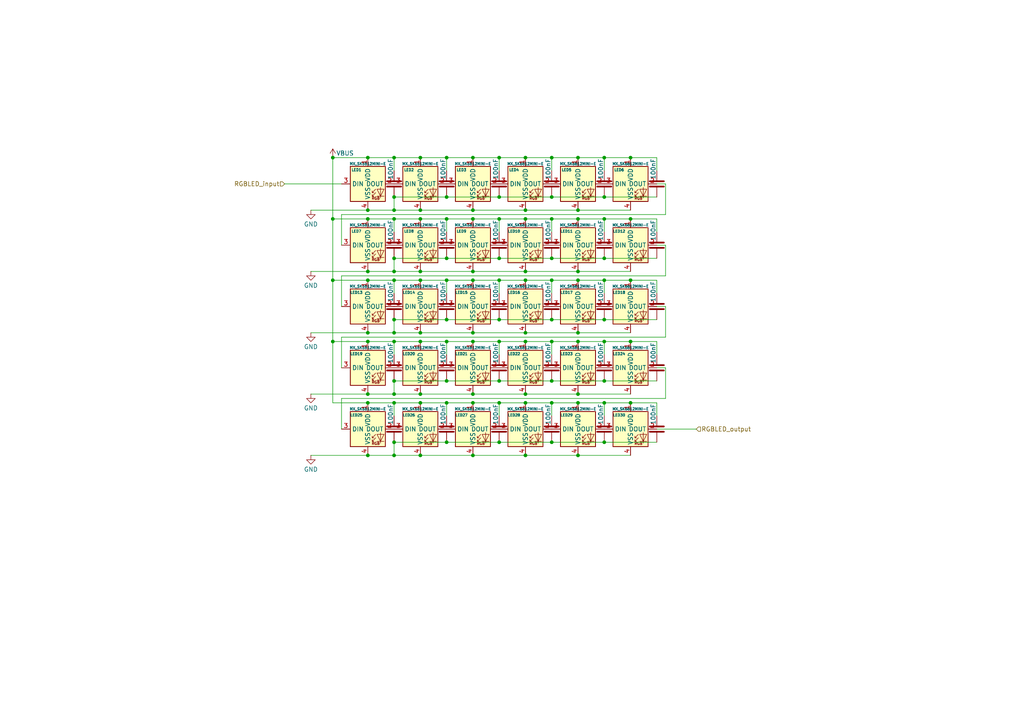
<source format=kicad_sch>
(kicad_sch (version 20250114) (generator "eeschema") (generator_version "9.0")
  (paper "A4")
  (title_block (title "The Interchange Keyboard - Right Module") (date "2025-04-16") (rev "v4.0") (company "Edward Hesketh"))
  (lib_symbols
    (symbol "Device:C" (pin_numbers (hide yes)) (pin_names (offset 0.254))
      (property "Reference" "C" (at 0.635 2.54 0))
      (property "Value" "C" (at 0.635 -2.54 0))
      (symbol "C_0_1"
        (polyline (pts (xy -2.032 0.762) (xy 2.032 0.762)) (stroke (width 0.508)))
        (polyline (pts (xy -2.032 -0.762) (xy 2.032 -0.762)) (stroke (width 0.508)))
      )
      (symbol "C_1_1"
        (pin passive line (at 0 3.81 270) (length 2.794) (name "~") (number "1"))
        (pin passive line (at 0 -3.81 90) (length 2.794) (name "~") (number "2"))
      )
    )
    (symbol "PCM_marbastlib-mx:MX_SK6812MINI-E"
      (property "Reference" "LED" (at 3.175 6.35 0))
      (property "Value" "MX_SK6812MINI-E" (at 10.16 -6.985 0))
      (symbol "MX_SK6812MINI-E_0_0"
        (text "RGB" (at 2.286 -4.191 0) (effects (font (size 0.762 0.762))))
      )
      (symbol "MX_SK6812MINI-E_0_1"
        (rectangle (start -5.08 5.08) (end 5.08 -5.08) (stroke (width 0.254)) (fill (type background)))
        (polyline (pts (xy 1.27 -2.54) (xy 1.778 -2.54)))
        (polyline (pts (xy 1.27 -3.556) (xy 1.778 -3.556)))
        (polyline (pts (xy 2.286 -1.524) (xy 1.27 -2.54) (xy 1.27 -2.032)))
        (polyline (pts (xy 2.286 -2.54) (xy 1.27 -3.556) (xy 1.27 -3.048)))
        (polyline (pts (xy 3.683 -1.016) (xy 3.683 -3.556) (xy 3.683 -4.064)))
        (polyline (pts (xy 4.699 -1.524) (xy 2.667 -1.524) (xy 3.683 -3.556) (xy 4.699 -1.524)))
        (polyline (pts (xy 4.699 -3.556) (xy 2.667 -3.556)))
      )
      (symbol "MX_SK6812MINI-E_1_1"
        (pin input line (at -7.62 0 0) (length 2.54) (name "DIN") (number "3"))
        (pin power_in line (at 0 7.62 270) (length 2.54) (name "VDD") (number "1"))
        (pin power_in line (at 0 -7.62 90) (length 2.54) (name "VSS") (number "4"))
        (pin output line (at 7.62 0 180) (length 2.54) (name "DOUT") (number "2"))
      )
    )
    (symbol "power:GND" (power) (pin_numbers (hide yes)) (pin_names (offset 0) (hide yes))
      (property "Value" "GND" (at 0 -3.81 0))
      (symbol "GND_0_1"
        (polyline (pts (xy 0 0) (xy 0 -1.27) (xy 1.27 -1.27) (xy 0 -2.54) (xy -1.27 -1.27) (xy 0 -1.27)))
      )
      (symbol "GND_1_1"
        (pin power_in line (at 0 0 270) (length 0) (name "~") (number "1"))
      )
    )
    (symbol "power:VBUS" (power) (pin_numbers (hide yes)) (pin_names (offset 0) (hide yes))
      (property "Value" "VBUS" (at 0 3.556 0))
      (symbol "VBUS_0_1"
        (polyline (pts (xy -0.762 1.27) (xy 0 2.54)))
        (polyline (pts (xy 0 2.54) (xy 0.762 1.27)))
        (polyline (pts (xy 0 0) (xy 0 2.54)))
      )
      (symbol "VBUS_1_1"
        (pin power_in line (at 0 0 90) (length 0) (name "~") (number "1"))
      )
    )
  )
  (junction (at 182.88 45.72))
  (junction (at 175.26 57.15))
  (junction (at 106.68 81.28))
  (junction (at 96.52 81.28))
  (junction (at 152.4 99.06))
  (junction (at 152.4 132.08))
  (junction (at 182.88 63.5))
  (junction (at 114.3 78.74))
  (junction (at 121.92 45.72))
  (junction (at 106.68 116.84))
  (junction (at 182.88 81.28))
  (junction (at 129.54 74.93))
  (junction (at 137.16 132.08))
  (junction (at 175.26 63.5))
  (junction (at 144.78 92.71))
  (junction (at 144.78 81.28))
  (junction (at 106.68 114.3))
  (junction (at 167.64 96.52))
  (junction (at 175.26 110.49))
  (junction (at 114.3 92.71))
  (junction (at 152.4 60.96))
  (junction (at 114.3 110.49))
  (junction (at 121.92 132.08))
  (junction (at 160.02 45.72))
  (junction (at 114.3 116.84))
  (junction (at 106.68 63.5))
  (junction (at 160.02 110.49))
  (junction (at 106.68 132.08))
  (junction (at 137.16 116.84))
  (junction (at 129.54 57.15))
  (junction (at 167.64 114.3))
  (junction (at 182.88 116.84))
  (junction (at 175.26 99.06))
  (junction (at 167.64 60.96))
  (junction (at 137.16 63.5))
  (junction (at 129.54 110.49))
  (junction (at 144.78 116.84))
  (junction (at 137.16 99.06))
  (junction (at 160.02 63.5))
  (junction (at 114.3 60.96))
  (junction (at 137.16 96.52))
  (junction (at 152.4 63.5))
  (junction (at 167.64 45.72))
  (junction (at 137.16 114.3))
  (junction (at 114.3 128.27))
  (junction (at 137.16 60.96))
  (junction (at 175.26 128.27))
  (junction (at 96.52 63.5))
  (junction (at 114.3 114.3))
  (junction (at 167.64 81.28))
  (junction (at 182.88 99.06))
  (junction (at 121.92 114.3))
  (junction (at 114.3 81.28))
  (junction (at 114.3 63.5))
  (junction (at 144.78 45.72))
  (junction (at 121.92 99.06))
  (junction (at 121.92 96.52))
  (junction (at 114.3 74.93))
  (junction (at 96.52 99.06))
  (junction (at 175.26 116.84))
  (junction (at 160.02 128.27))
  (junction (at 144.78 128.27))
  (junction (at 121.92 78.74))
  (junction (at 129.54 99.06))
  (junction (at 175.26 74.93))
  (junction (at 167.64 132.08))
  (junction (at 106.68 99.06))
  (junction (at 114.3 96.52))
  (junction (at 175.26 92.71))
  (junction (at 114.3 132.08))
  (junction (at 175.26 81.28))
  (junction (at 167.64 78.74))
  (junction (at 106.68 96.52))
  (junction (at 137.16 45.72))
  (junction (at 144.78 57.15))
  (junction (at 144.78 110.49))
  (junction (at 144.78 74.93))
  (junction (at 160.02 116.84))
  (junction (at 167.64 63.5))
  (junction (at 137.16 78.74))
  (junction (at 152.4 81.28))
  (junction (at 152.4 116.84))
  (junction (at 167.64 116.84))
  (junction (at 106.68 78.74))
  (junction (at 114.3 99.06))
  (junction (at 129.54 92.71))
  (junction (at 144.78 63.5))
  (junction (at 129.54 81.28))
  (junction (at 152.4 45.72))
  (junction (at 129.54 128.27))
  (junction (at 152.4 96.52))
  (junction (at 160.02 74.93))
  (junction (at 167.64 99.06))
  (junction (at 175.26 45.72))
  (junction (at 121.92 81.28))
  (junction (at 129.54 116.84))
  (junction (at 160.02 57.15))
  (junction (at 160.02 92.71))
  (junction (at 121.92 63.5))
  (junction (at 121.92 60.96))
  (junction (at 106.68 45.72))
  (junction (at 160.02 99.06))
  (junction (at 129.54 63.5))
  (junction (at 106.68 60.96))
  (junction (at 129.54 45.72))
  (junction (at 144.78 99.06))
  (junction (at 121.92 116.84))
  (junction (at 114.3 45.72))
  (junction (at 152.4 78.74))
  (junction (at 152.4 114.3))
  (junction (at 114.3 57.15))
  (junction (at 96.52 45.72))
  (junction (at 160.02 81.28))
  (junction (at 137.16 81.28))
  (wire (pts (xy 160.02 116.84) (xy 167.64 116.84)))
  (wire (pts (xy 144.78 92.71) (xy 160.02 92.71)))
  (wire (pts (xy 175.26 99.06) (xy 182.88 99.06)))
  (wire (pts (xy 129.54 67.31) (xy 129.54 63.5)))
  (wire (pts (xy 96.52 45.72) (xy 96.52 63.5)))
  (wire (pts (xy 144.78 45.72) (xy 152.4 45.72)))
  (wire (pts (xy 114.3 110.49) (xy 114.3 114.3)))
  (wire (pts (xy 96.52 81.28) (xy 106.68 81.28)))
  (wire (pts (xy 114.3 67.31) (xy 114.3 63.5)))
  (wire (pts (xy 99.06 62.23) (xy 99.06 71.12)))
  (wire (pts (xy 190.5 102.87) (xy 190.5 99.06)))
  (wire (pts (xy 160.02 45.72) (xy 167.64 45.72)))
  (wire (pts (xy 144.78 81.28) (xy 137.16 81.28)))
  (wire (pts (xy 144.78 116.84) (xy 152.4 116.84)))
  (wire (pts (xy 175.26 102.87) (xy 175.26 99.06)))
  (wire (pts (xy 114.3 116.84) (xy 106.68 116.84)))
  (wire (pts (xy 129.54 99.06) (xy 121.92 99.06)))
  (wire (pts (xy 190.5 49.53) (xy 190.5 45.72)))
  (wire (pts (xy 129.54 85.09) (xy 129.54 81.28)))
  (wire (pts (xy 175.26 128.27) (xy 190.5 128.27)))
  (wire (pts (xy 114.3 120.65) (xy 114.3 116.84)))
  (wire (pts (xy 175.26 63.5) (xy 182.88 63.5)))
  (wire (pts (xy 106.68 114.3) (xy 114.3 114.3)))
  (wire (pts (xy 114.3 116.84) (xy 121.92 116.84)))
  (wire (pts (xy 129.54 81.28) (xy 137.16 81.28)))
  (wire (pts (xy 137.16 78.74) (xy 152.4 78.74)))
  (wire (pts (xy 114.3 81.28) (xy 106.68 81.28)))
  (wire (pts (xy 144.78 63.5) (xy 137.16 63.5)))
  (wire (pts (xy 99.06 80.01) (xy 99.06 88.9)))
  (wire (pts (xy 121.92 78.74) (xy 137.16 78.74)))
  (wire (pts (xy 152.4 96.52) (xy 167.64 96.52)))
  (wire (pts (xy 190.5 67.31) (xy 190.5 63.5)))
  (wire (pts (xy 175.26 92.71) (xy 190.5 92.71)))
  (wire (pts (xy 190.5 45.72) (xy 182.88 45.72)))
  (wire (pts (xy 175.26 120.65) (xy 175.26 116.84)))
  (wire (pts (xy 96.52 99.06) (xy 96.52 116.84)))
  (wire (pts (xy 193.04 53.34) (xy 193.04 62.23)))
  (wire (pts (xy 190.5 88.9) (xy 193.04 88.9)))
  (wire (pts (xy 175.26 49.53) (xy 175.26 45.72)))
  (wire (pts (xy 129.54 116.84) (xy 121.92 116.84)))
  (wire (pts (xy 129.54 45.72) (xy 121.92 45.72)))
  (wire (pts (xy 160.02 99.06) (xy 167.64 99.06)))
  (wire (pts (xy 167.64 78.74) (xy 182.88 78.74)))
  (wire (pts (xy 175.26 63.5) (xy 167.64 63.5)))
  (wire (pts (xy 144.78 57.15) (xy 160.02 57.15)))
  (wire (pts (xy 144.78 128.27) (xy 160.02 128.27)))
  (wire (pts (xy 114.3 63.5) (xy 121.92 63.5)))
  (wire (pts (xy 114.3 78.74) (xy 121.92 78.74)))
  (wire (pts (xy 190.5 71.12) (xy 193.04 71.12)))
  (wire (pts (xy 160.02 49.53) (xy 160.02 45.72)))
  (wire (pts (xy 190.5 120.65) (xy 190.5 116.84)))
  (wire (pts (xy 160.02 81.28) (xy 152.4 81.28)))
  (wire (pts (xy 114.3 114.3) (xy 121.92 114.3)))
  (wire (pts (xy 114.3 57.15) (xy 129.54 57.15)))
  (wire (pts (xy 167.64 114.3) (xy 182.88 114.3)))
  (wire (pts (xy 160.02 92.71) (xy 175.26 92.71)))
  (wire (pts (xy 114.3 74.93) (xy 114.3 78.74)))
  (wire (pts (xy 129.54 128.27) (xy 144.78 128.27)))
  (wire (pts (xy 129.54 81.28) (xy 121.92 81.28)))
  (wire (pts (xy 114.3 63.5) (xy 106.68 63.5)))
  (wire (pts (xy 114.3 128.27) (xy 114.3 132.08)))
  (wire (pts (xy 114.3 99.06) (xy 121.92 99.06)))
  (wire (pts (xy 90.17 132.08) (xy 106.68 132.08)))
  (wire (pts (xy 137.16 132.08) (xy 152.4 132.08)))
  (wire (pts (xy 152.4 114.3) (xy 167.64 114.3)))
  (wire (pts (xy 114.3 45.72) (xy 121.92 45.72)))
  (wire (pts (xy 114.3 85.09) (xy 114.3 81.28)))
  (wire (pts (xy 175.26 85.09) (xy 175.26 81.28)))
  (wire (pts (xy 129.54 110.49) (xy 144.78 110.49)))
  (wire (pts (xy 160.02 81.28) (xy 167.64 81.28)))
  (wire (pts (xy 160.02 57.15) (xy 175.26 57.15)))
  (wire (pts (xy 160.02 110.49) (xy 175.26 110.49)))
  (wire (pts (xy 175.26 110.49) (xy 190.5 110.49)))
  (wire (pts (xy 144.78 85.09) (xy 144.78 81.28)))
  (wire (pts (xy 144.78 116.84) (xy 137.16 116.84)))
  (wire (pts (xy 160.02 120.65) (xy 160.02 116.84)))
  (wire (pts (xy 144.78 67.31) (xy 144.78 63.5)))
  (wire (pts (xy 160.02 102.87) (xy 160.02 99.06)))
  (wire (pts (xy 167.64 60.96) (xy 182.88 60.96)))
  (wire (pts (xy 144.78 49.53) (xy 144.78 45.72)))
  (wire (pts (xy 114.3 96.52) (xy 121.92 96.52)))
  (wire (pts (xy 129.54 63.5) (xy 121.92 63.5)))
  (wire (pts (xy 121.92 96.52) (xy 137.16 96.52)))
  (wire (pts (xy 175.26 99.06) (xy 167.64 99.06)))
  (wire (pts (xy 90.17 78.74) (xy 106.68 78.74)))
  (wire (pts (xy 152.4 78.74) (xy 167.64 78.74)))
  (wire (pts (xy 137.16 60.96) (xy 152.4 60.96)))
  (wire (pts (xy 175.26 45.72) (xy 167.64 45.72)))
  (wire (pts (xy 129.54 92.71) (xy 144.78 92.71)))
  (wire (pts (xy 114.3 45.72) (xy 106.68 45.72)))
  (wire (pts (xy 193.04 62.23) (xy 99.06 62.23)))
  (wire (pts (xy 144.78 63.5) (xy 152.4 63.5)))
  (wire (pts (xy 160.02 63.5) (xy 152.4 63.5)))
  (wire (pts (xy 114.3 49.53) (xy 114.3 45.72)))
  (wire (pts (xy 144.78 99.06) (xy 137.16 99.06)))
  (wire (pts (xy 129.54 102.87) (xy 129.54 99.06)))
  (wire (pts (xy 96.52 116.84) (xy 106.68 116.84)))
  (wire (pts (xy 193.04 71.12) (xy 193.04 80.01)))
  (wire (pts (xy 114.3 128.27) (xy 129.54 128.27)))
  (wire (pts (xy 137.16 114.3) (xy 152.4 114.3)))
  (wire (pts (xy 90.17 114.3) (xy 106.68 114.3)))
  (wire (pts (xy 193.04 106.68) (xy 193.04 115.57)))
  (wire (pts (xy 106.68 78.74) (xy 114.3 78.74)))
  (wire (pts (xy 175.26 74.93) (xy 190.5 74.93)))
  (wire (pts (xy 175.26 81.28) (xy 167.64 81.28)))
  (wire (pts (xy 152.4 60.96) (xy 167.64 60.96)))
  (wire (pts (xy 190.5 99.06) (xy 182.88 99.06)))
  (wire (pts (xy 152.4 132.08) (xy 167.64 132.08)))
  (wire (pts (xy 82.55 53.34) (xy 99.06 53.34)))
  (wire (pts (xy 193.04 88.9) (xy 193.04 97.79)))
  (wire (pts (xy 121.92 114.3) (xy 137.16 114.3)))
  (wire (pts (xy 114.3 102.87) (xy 114.3 99.06)))
  (wire (pts (xy 114.3 92.71) (xy 129.54 92.71)))
  (wire (pts (xy 144.78 45.72) (xy 137.16 45.72)))
  (wire (pts (xy 190.5 124.46) (xy 201.93 124.46)))
  (wire (pts (xy 90.17 96.52) (xy 106.68 96.52)))
  (wire (pts (xy 129.54 99.06) (xy 137.16 99.06)))
  (wire (pts (xy 137.16 96.52) (xy 152.4 96.52)))
  (wire (pts (xy 167.64 132.08) (xy 182.88 132.08)))
  (wire (pts (xy 129.54 74.93) (xy 144.78 74.93)))
  (wire (pts (xy 160.02 74.93) (xy 175.26 74.93)))
  (wire (pts (xy 114.3 60.96) (xy 121.92 60.96)))
  (wire (pts (xy 160.02 99.06) (xy 152.4 99.06)))
  (wire (pts (xy 144.78 120.65) (xy 144.78 116.84)))
  (wire (pts (xy 121.92 60.96) (xy 137.16 60.96)))
  (wire (pts (xy 190.5 53.34) (xy 193.04 53.34)))
  (wire (pts (xy 144.78 81.28) (xy 152.4 81.28)))
  (wire (pts (xy 96.52 63.5) (xy 106.68 63.5)))
  (wire (pts (xy 190.5 85.09) (xy 190.5 81.28)))
  (wire (pts (xy 160.02 67.31) (xy 160.02 63.5)))
  (wire (pts (xy 114.3 132.08) (xy 121.92 132.08)))
  (wire (pts (xy 193.04 80.01) (xy 99.06 80.01)))
  (wire (pts (xy 129.54 45.72) (xy 137.16 45.72)))
  (wire (pts (xy 190.5 106.68) (xy 193.04 106.68)))
  (wire (pts (xy 190.5 63.5) (xy 182.88 63.5)))
  (wire (pts (xy 160.02 85.09) (xy 160.02 81.28)))
  (wire (pts (xy 175.26 67.31) (xy 175.26 63.5)))
  (wire (pts (xy 175.26 116.84) (xy 167.64 116.84)))
  (wire (pts (xy 106.68 96.52) (xy 114.3 96.52)))
  (wire (pts (xy 96.52 99.06) (xy 106.68 99.06)))
  (wire (pts (xy 106.68 60.96) (xy 114.3 60.96)))
  (wire (pts (xy 129.54 116.84) (xy 137.16 116.84)))
  (wire (pts (xy 144.78 102.87) (xy 144.78 99.06)))
  (wire (pts (xy 129.54 57.15) (xy 144.78 57.15)))
  (wire (pts (xy 129.54 120.65) (xy 129.54 116.84)))
  (wire (pts (xy 99.06 115.57) (xy 99.06 124.46)))
  (wire (pts (xy 144.78 74.93) (xy 160.02 74.93)))
  (wire (pts (xy 129.54 49.53) (xy 129.54 45.72)))
  (wire (pts (xy 160.02 116.84) (xy 152.4 116.84)))
  (wire (pts (xy 114.3 110.49) (xy 129.54 110.49)))
  (wire (pts (xy 114.3 99.06) (xy 106.68 99.06)))
  (wire (pts (xy 96.52 81.28) (xy 96.52 99.06)))
  (wire (pts (xy 193.04 115.57) (xy 99.06 115.57)))
  (wire (pts (xy 193.04 97.79) (xy 99.06 97.79)))
  (wire (pts (xy 175.26 45.72) (xy 182.88 45.72)))
  (wire (pts (xy 96.52 63.5) (xy 96.52 81.28)))
  (wire (pts (xy 160.02 128.27) (xy 175.26 128.27)))
  (wire (pts (xy 106.68 132.08) (xy 114.3 132.08)))
  (wire (pts (xy 190.5 116.84) (xy 182.88 116.84)))
  (wire (pts (xy 129.54 63.5) (xy 137.16 63.5)))
  (wire (pts (xy 114.3 81.28) (xy 121.92 81.28)))
  (wire (pts (xy 121.92 132.08) (xy 137.16 132.08)))
  (wire (pts (xy 175.26 116.84) (xy 182.88 116.84)))
  (wire (pts (xy 160.02 45.72) (xy 152.4 45.72)))
  (wire (pts (xy 114.3 57.15) (xy 114.3 60.96)))
  (wire (pts (xy 144.78 99.06) (xy 152.4 99.06)))
  (wire (pts (xy 114.3 74.93) (xy 129.54 74.93)))
  (wire (pts (xy 114.3 92.71) (xy 114.3 96.52)))
  (wire (pts (xy 167.64 96.52) (xy 182.88 96.52)))
  (wire (pts (xy 99.06 97.79) (xy 99.06 106.68)))
  (wire (pts (xy 175.26 81.28) (xy 182.88 81.28)))
  (wire (pts (xy 144.78 110.49) (xy 160.02 110.49)))
  (wire (pts (xy 96.52 45.72) (xy 106.68 45.72)))
  (wire (pts (xy 160.02 63.5) (xy 167.64 63.5)))
  (wire (pts (xy 175.26 57.15) (xy 190.5 57.15)))
  (wire (pts (xy 190.5 81.28) (xy 182.88 81.28)))
  (wire (pts (xy 90.17 60.96) (xy 106.68 60.96)))
  (hierarchical_label "RGBLED_input" (shape input) (at 82.55 53.34 180))
  (hierarchical_label "RGBLED_output" (shape input) (at 201.93 124.46 0))
  (symbol (lib_id "Device:C") (at 190.5 53.34 180) (unit 1)
    (property "Reference" "C6" (effects (hide yes)))
    (property "Value" "100nF" (at 189.484 52.07 90) (effects (justify right)))
    (property "Footprint" "Capacitor_SMD:C_0603_1608Metric_Pad1.08x0.95mm_HandSolder" (effects (hide yes)))
    (property "Description" "Unpolarized capacitor" (effects (hide yes)))
  )
  (symbol (lib_id "Device:C") (at 160.02 71.12 180) (unit 1)
    (property "Reference" "C10" (effects (hide yes)))
    (property "Value" "100nF" (at 159.004 69.85 90) (effects (justify right)))
    (property "Footprint" "Capacitor_SMD:C_0603_1608Metric_Pad1.08x0.95mm_HandSolder" (effects (hide yes)))
    (property "Description" "Unpolarized capacitor" (effects (hide yes)))
  )
  (symbol (lib_id "PCM_marbastlib-mx:MX_SK6812MINI-E") (at 167.64 88.9 0) (unit 1)
    (property "Reference" "LED17" (at 164.338 84.836 0) (effects (font (size 0.75 0.75))))
    (property "Value" "MX_SK6812MINI-E" (at 167.64 83.058 0) (effects (font (size 0.75 0.75))))
    (property "Footprint" "CustomFootprints:LED_MX_6028R-ROT_Custom" (effects (hide yes)))
  )
  (symbol (lib_id "PCM_marbastlib-mx:MX_SK6812MINI-E") (at 182.88 88.9 0) (unit 1)
    (property "Reference" "LED18" (at 179.578 84.836 0) (effects (font (size 0.75 0.75))))
    (property "Value" "MX_SK6812MINI-E" (at 182.88 83.058 0) (effects (font (size 0.75 0.75))))
    (property "Footprint" "CustomFootprints:LED_MX_6028R-ROT_Custom" (effects (hide yes)))
  )
  (symbol (lib_id "power:GND") (at 90.17 132.08 0) (unit 1)
    (property "Reference" "#PWR038" (effects (hide yes)))
    (property "Value" "GND" (at 90.17 136.144 0))
  )
  (symbol (lib_id "Device:C") (at 190.5 124.46 180) (unit 1)
    (property "Reference" "C30" (effects (hide yes)))
    (property "Value" "100nF" (at 189.484 123.19 90) (effects (justify right)))
    (property "Footprint" "Capacitor_SMD:C_0603_1608Metric_Pad1.08x0.95mm_HandSolder" (effects (hide yes)))
    (property "Description" "Unpolarized capacitor" (effects (hide yes)))
  )
  (symbol (lib_id "Device:C") (at 175.26 124.46 180) (unit 1)
    (property "Reference" "C29" (effects (hide yes)))
    (property "Value" "100nF" (at 174.244 123.19 90) (effects (justify right)))
    (property "Footprint" "Capacitor_SMD:C_0603_1608Metric_Pad1.08x0.95mm_HandSolder" (effects (hide yes)))
    (property "Description" "Unpolarized capacitor" (effects (hide yes)))
  )
  (symbol (lib_id "Device:C") (at 129.54 53.34 180) (unit 1)
    (property "Reference" "C2" (effects (hide yes)))
    (property "Value" "100nF" (at 128.524 52.07 90) (effects (justify right)))
    (property "Footprint" "Capacitor_SMD:C_0603_1608Metric_Pad1.08x0.95mm_HandSolder" (effects (hide yes)))
    (property "Description" "Unpolarized capacitor" (effects (hide yes)))
  )
  (symbol (lib_id "Device:C") (at 144.78 53.34 180) (unit 1)
    (property "Reference" "C3" (effects (hide yes)))
    (property "Value" "100nF" (at 143.764 52.07 90) (effects (justify right)))
    (property "Footprint" "Capacitor_SMD:C_0603_1608Metric_Pad1.08x0.95mm_HandSolder" (effects (hide yes)))
    (property "Description" "Unpolarized capacitor" (effects (hide yes)))
  )
  (symbol (lib_id "Device:C") (at 160.02 53.34 180) (unit 1)
    (property "Reference" "C4" (effects (hide yes)))
    (property "Value" "100nF" (at 159.004 52.07 90) (effects (justify right)))
    (property "Footprint" "Capacitor_SMD:C_0603_1608Metric_Pad1.08x0.95mm_HandSolder" (effects (hide yes)))
    (property "Description" "Unpolarized capacitor" (effects (hide yes)))
  )
  (symbol (lib_id "Device:C") (at 114.3 106.68 180) (unit 1)
    (property "Reference" "C19" (effects (hide yes)))
    (property "Value" "100nF" (at 113.284 105.41 90) (effects (justify right)))
    (property "Footprint" "Capacitor_SMD:C_0603_1608Metric_Pad1.08x0.95mm_HandSolder" (effects (hide yes)))
    (property "Description" "Unpolarized capacitor" (effects (hide yes)))
  )
  (symbol (lib_id "PCM_marbastlib-mx:MX_SK6812MINI-E") (at 167.64 71.12 0) (unit 1)
    (property "Reference" "LED11" (at 164.338 67.056 0) (effects (font (size 0.75 0.75))))
    (property "Value" "MX_SK6812MINI-E" (at 167.64 65.278 0) (effects (font (size 0.75 0.75))))
    (property "Footprint" "CustomFootprints:LED_MX_6028R-ROT_Custom" (effects (hide yes)))
  )
  (symbol (lib_id "PCM_marbastlib-mx:MX_SK6812MINI-E") (at 137.16 53.34 0) (unit 1)
    (property "Reference" "LED3" (at 133.858 49.276 0) (effects (font (size 0.75 0.75))))
    (property "Value" "MX_SK6812MINI-E" (at 137.16 47.498 0) (effects (font (size 0.75 0.75))))
    (property "Footprint" "CustomFootprints:LED_MX_6028R-ROT_Custom" (effects (hide yes)))
  )
  (symbol (lib_id "PCM_marbastlib-mx:MX_SK6812MINI-E") (at 121.92 71.12 0) (unit 1)
    (property "Reference" "LED8" (at 118.618 67.056 0) (effects (font (size 0.75 0.75))))
    (property "Value" "MX_SK6812MINI-E" (at 121.92 65.278 0) (effects (font (size 0.75 0.75))))
    (property "Footprint" "CustomFootprints:LED_MX_6028R-ROT_Custom" (effects (hide yes)))
  )
  (symbol (lib_id "PCM_marbastlib-mx:MX_SK6812MINI-E") (at 121.92 106.68 0) (unit 1)
    (property "Reference" "LED20" (at 118.618 102.616 0) (effects (font (size 0.75 0.75))))
    (property "Value" "MX_SK6812MINI-E" (at 121.92 100.838 0) (effects (font (size 0.75 0.75))))
    (property "Footprint" "CustomFootprints:LED_MX_6028R-ROT_Custom" (effects (hide yes)))
  )
  (symbol (lib_id "PCM_marbastlib-mx:MX_SK6812MINI-E") (at 137.16 88.9 0) (unit 1)
    (property "Reference" "LED15" (at 133.858 84.836 0) (effects (font (size 0.75 0.75))))
    (property "Value" "MX_SK6812MINI-E" (at 137.16 83.058 0) (effects (font (size 0.75 0.75))))
    (property "Footprint" "CustomFootprints:LED_MX_6028R-ROT_Custom" (effects (hide yes)))
  )
  (symbol (lib_id "PCM_marbastlib-mx:MX_SK6812MINI-E") (at 106.68 88.9 0) (unit 1)
    (property "Reference" "LED13" (at 103.378 84.836 0) (effects (font (size 0.75 0.75))))
    (property "Value" "MX_SK6812MINI-E" (at 106.68 83.058 0) (effects (font (size 0.75 0.75))))
    (property "Footprint" "CustomFootprints:LED_MX_6028R-ROT_Custom" (effects (hide yes)))
  )
  (symbol (lib_id "PCM_marbastlib-mx:MX_SK6812MINI-E") (at 106.68 53.34 0) (unit 1)
    (property "Reference" "LED1" (at 103.378 49.276 0) (effects (font (size 0.75 0.75))))
    (property "Value" "MX_SK6812MINI-E" (at 106.68 47.498 0) (effects (font (size 0.75 0.75))))
    (property "Footprint" "CustomFootprints:LED_MX_6028R-ROT_Custom" (effects (hide yes)))
  )
  (symbol (lib_id "PCM_marbastlib-mx:MX_SK6812MINI-E") (at 152.4 71.12 0) (unit 1)
    (property "Reference" "LED10" (at 149.098 67.056 0) (effects (font (size 0.75 0.75))))
    (property "Value" "MX_SK6812MINI-E" (at 152.4 65.278 0) (effects (font (size 0.75 0.75))))
    (property "Footprint" "CustomFootprints:LED_MX_6028R-ROT_Custom" (effects (hide yes)))
  )
  (symbol (lib_id "Device:C") (at 160.02 124.46 180) (unit 1)
    (property "Reference" "C28" (effects (hide yes)))
    (property "Value" "100nF" (at 159.004 123.19 90) (effects (justify right)))
    (property "Footprint" "Capacitor_SMD:C_0603_1608Metric_Pad1.08x0.95mm_HandSolder" (effects (hide yes)))
    (property "Description" "Unpolarized capacitor" (effects (hide yes)))
  )
  (symbol (lib_id "PCM_marbastlib-mx:MX_SK6812MINI-E") (at 121.92 53.34 0) (unit 1)
    (property "Reference" "LED2" (at 118.618 49.276 0) (effects (font (size 0.75 0.75))))
    (property "Value" "MX_SK6812MINI-E" (at 121.92 47.498 0) (effects (font (size 0.75 0.75))))
    (property "Footprint" "CustomFootprints:LED_MX_6028R-ROT_Custom" (effects (hide yes)))
  )
  (symbol (lib_id "PCM_marbastlib-mx:MX_SK6812MINI-E") (at 167.64 106.68 0) (unit 1)
    (property "Reference" "LED23" (at 164.338 102.616 0) (effects (font (size 0.75 0.75))))
    (property "Value" "MX_SK6812MINI-E" (at 167.64 100.838 0) (effects (font (size 0.75 0.75))))
    (property "Footprint" "CustomFootprints:LED_MX_6028R-ROT_Custom" (effects (hide yes)))
  )
  (symbol (lib_id "PCM_marbastlib-mx:MX_SK6812MINI-E") (at 137.16 71.12 0) (unit 1)
    (property "Reference" "LED9" (at 133.858 67.056 0) (effects (font (size 0.75 0.75))))
    (property "Value" "MX_SK6812MINI-E" (at 137.16 65.278 0) (effects (font (size 0.75 0.75))))
    (property "Footprint" "CustomFootprints:LED_MX_6028R-ROT_Custom" (effects (hide yes)))
  )
  (symbol (lib_id "Device:C") (at 175.26 71.12 180) (unit 1)
    (property "Reference" "C11" (effects (hide yes)))
    (property "Value" "100nF" (at 174.244 69.85 90) (effects (justify right)))
    (property "Footprint" "Capacitor_SMD:C_0603_1608Metric_Pad1.08x0.95mm_HandSolder" (effects (hide yes)))
    (property "Description" "Unpolarized capacitor" (effects (hide yes)))
  )
  (symbol (lib_id "PCM_marbastlib-mx:MX_SK6812MINI-E") (at 152.4 88.9 0) (unit 1)
    (property "Reference" "LED16" (at 149.098 84.836 0) (effects (font (size 0.75 0.75))))
    (property "Value" "MX_SK6812MINI-E" (at 152.4 83.058 0) (effects (font (size 0.75 0.75))))
    (property "Footprint" "CustomFootprints:LED_MX_6028R-ROT_Custom" (effects (hide yes)))
  )
  (symbol (lib_id "Device:C") (at 129.54 124.46 180) (unit 1)
    (property "Reference" "C26" (effects (hide yes)))
    (property "Value" "100nF" (at 128.524 123.19 90) (effects (justify right)))
    (property "Footprint" "Capacitor_SMD:C_0603_1608Metric_Pad1.08x0.95mm_HandSolder" (effects (hide yes)))
    (property "Description" "Unpolarized capacitor" (effects (hide yes)))
  )
  (symbol (lib_id "PCM_marbastlib-mx:MX_SK6812MINI-E") (at 121.92 124.46 0) (unit 1)
    (property "Reference" "LED26" (at 118.618 120.396 0) (effects (font (size 0.75 0.75))))
    (property "Value" "MX_SK6812MINI-E" (at 121.92 118.618 0) (effects (font (size 0.75 0.75))))
    (property "Footprint" "CustomFootprints:LED_MX_6028R-ROT_Custom" (effects (hide yes)))
  )
  (symbol (lib_id "PCM_marbastlib-mx:MX_SK6812MINI-E") (at 137.16 124.46 0) (unit 1)
    (property "Reference" "LED27" (at 133.858 120.396 0) (effects (font (size 0.75 0.75))))
    (property "Value" "MX_SK6812MINI-E" (at 137.16 118.618 0) (effects (font (size 0.75 0.75))))
    (property "Footprint" "CustomFootprints:LED_MX_6028R-ROT_Custom" (effects (hide yes)))
  )
  (symbol (lib_id "Device:C") (at 129.54 88.9 180) (unit 1)
    (property "Reference" "C14" (effects (hide yes)))
    (property "Value" "100nF" (at 128.524 87.63 90) (effects (justify right)))
    (property "Footprint" "Capacitor_SMD:C_0603_1608Metric_Pad1.08x0.95mm_HandSolder" (effects (hide yes)))
    (property "Description" "Unpolarized capacitor" (effects (hide yes)))
  )
  (symbol (lib_id "PCM_marbastlib-mx:MX_SK6812MINI-E") (at 152.4 53.34 0) (unit 1)
    (property "Reference" "LED4" (at 149.098 49.276 0) (effects (font (size 0.75 0.75))))
    (property "Value" "MX_SK6812MINI-E" (at 152.4 47.498 0) (effects (font (size 0.75 0.75))))
    (property "Footprint" "CustomFootprints:LED_MX_6028R-ROT_Custom" (effects (hide yes)))
  )
  (symbol (lib_id "power:VBUS") (at 96.52 45.72 0) (unit 1)
    (property "Reference" "#PWR016" (effects (hide yes)))
    (property "Value" "VBUS" (at 100.076 44.45 0))
    (property "Description" "Power symbol creates a global label with name \"VBUS\"" (effects (hide yes)))
  )
  (symbol (lib_id "PCM_marbastlib-mx:MX_SK6812MINI-E") (at 106.68 71.12 0) (unit 1)
    (property "Reference" "LED7" (at 103.378 67.056 0) (effects (font (size 0.75 0.75))))
    (property "Value" "MX_SK6812MINI-E" (at 106.68 65.278 0) (effects (font (size 0.75 0.75))))
    (property "Footprint" "CustomFootprints:LED_MX_6028R-ROT_Custom" (effects (hide yes)))
  )
  (symbol (lib_id "PCM_marbastlib-mx:MX_SK6812MINI-E") (at 106.68 124.46 0) (unit 1)
    (property "Reference" "LED25" (at 103.378 120.396 0) (effects (font (size 0.75 0.75))))
    (property "Value" "MX_SK6812MINI-E" (at 106.68 118.618 0) (effects (font (size 0.75 0.75))))
    (property "Footprint" "CustomFootprints:LED_MX_6028R-ROT_Custom" (effects (hide yes)))
  )
  (symbol (lib_id "Device:C") (at 190.5 71.12 180) (unit 1)
    (property "Reference" "C12" (effects (hide yes)))
    (property "Value" "100nF" (at 189.484 69.85 90) (effects (justify right)))
    (property "Footprint" "Capacitor_SMD:C_0603_1608Metric_Pad1.08x0.95mm_HandSolder" (effects (hide yes)))
    (property "Description" "Unpolarized capacitor" (effects (hide yes)))
  )
  (symbol (lib_id "PCM_marbastlib-mx:MX_SK6812MINI-E") (at 167.64 124.46 0) (unit 1)
    (property "Reference" "LED29" (at 164.338 120.396 0) (effects (font (size 0.75 0.75))))
    (property "Value" "MX_SK6812MINI-E" (at 167.64 118.618 0) (effects (font (size 0.75 0.75))))
    (property "Footprint" "CustomFootprints:LED_MX_6028R-ROT_Custom" (effects (hide yes)))
  )
  (symbol (lib_id "Device:C") (at 114.3 71.12 180) (unit 1)
    (property "Reference" "C7" (effects (hide yes)))
    (property "Value" "100nF" (at 113.284 69.85 90) (effects (justify right)))
    (property "Footprint" "Capacitor_SMD:C_0603_1608Metric_Pad1.08x0.95mm_HandSolder" (effects (hide yes)))
    (property "Description" "Unpolarized capacitor" (effects (hide yes)))
  )
  (symbol (lib_id "Device:C") (at 144.78 106.68 180) (unit 1)
    (property "Reference" "C21" (effects (hide yes)))
    (property "Value" "100nF" (at 143.764 105.41 90) (effects (justify right)))
    (property "Footprint" "Capacitor_SMD:C_0603_1608Metric_Pad1.08x0.95mm_HandSolder" (effects (hide yes)))
    (property "Description" "Unpolarized capacitor" (effects (hide yes)))
  )
  (symbol (lib_id "Device:C") (at 175.26 106.68 180) (unit 1)
    (property "Reference" "C23" (effects (hide yes)))
    (property "Value" "100nF" (at 174.244 105.41 90) (effects (justify right)))
    (property "Footprint" "Capacitor_SMD:C_0603_1608Metric_Pad1.08x0.95mm_HandSolder" (effects (hide yes)))
    (property "Description" "Unpolarized capacitor" (effects (hide yes)))
  )
  (symbol (lib_id "Device:C") (at 129.54 71.12 180) (unit 1)
    (property "Reference" "C8" (effects (hide yes)))
    (property "Value" "100nF" (at 128.524 69.85 90) (effects (justify right)))
    (property "Footprint" "Capacitor_SMD:C_0603_1608Metric_Pad1.08x0.95mm_HandSolder" (effects (hide yes)))
    (property "Description" "Unpolarized capacitor" (effects (hide yes)))
  )
  (symbol (lib_id "power:GND") (at 90.17 96.52 0) (unit 1)
    (property "Reference" "#PWR027" (effects (hide yes)))
    (property "Value" "GND" (at 90.17 100.584 0))
  )
  (symbol (lib_id "Device:C") (at 114.3 53.34 180) (unit 1)
    (property "Reference" "C1" (effects (hide yes)))
    (property "Value" "100nF" (at 113.284 52.07 90) (effects (justify right)))
    (property "Footprint" "Capacitor_SMD:C_0603_1608Metric_Pad1.08x0.95mm_HandSolder" (effects (hide yes)))
    (property "Description" "Unpolarized capacitor" (effects (hide yes)))
  )
  (symbol (lib_id "Device:C") (at 114.3 88.9 180) (unit 1)
    (property "Reference" "C13" (effects (hide yes)))
    (property "Value" "100nF" (at 113.284 87.63 90) (effects (justify right)))
    (property "Footprint" "Capacitor_SMD:C_0603_1608Metric_Pad1.08x0.95mm_HandSolder" (effects (hide yes)))
    (property "Description" "Unpolarized capacitor" (effects (hide yes)))
  )
  (symbol (lib_id "PCM_marbastlib-mx:MX_SK6812MINI-E") (at 182.88 53.34 0) (unit 1)
    (property "Reference" "LED6" (at 179.578 49.276 0) (effects (font (size 0.75 0.75))))
    (property "Value" "MX_SK6812MINI-E" (at 182.88 47.498 0) (effects (font (size 0.75 0.75))))
    (property "Footprint" "CustomFootprints:LED_MX_6028R-ROT_Custom" (effects (hide yes)))
  )
  (symbol (lib_id "PCM_marbastlib-mx:MX_SK6812MINI-E") (at 152.4 106.68 0) (unit 1)
    (property "Reference" "LED22" (at 149.098 102.616 0) (effects (font (size 0.75 0.75))))
    (property "Value" "MX_SK6812MINI-E" (at 152.4 100.838 0) (effects (font (size 0.75 0.75))))
    (property "Footprint" "CustomFootprints:LED_MX_6028R-ROT_Custom" (effects (hide yes)))
  )
  (symbol (lib_id "PCM_marbastlib-mx:MX_SK6812MINI-E") (at 167.64 53.34 0) (unit 1)
    (property "Reference" "LED5" (at 164.338 49.276 0) (effects (font (size 0.75 0.75))))
    (property "Value" "MX_SK6812MINI-E" (at 167.64 47.498 0) (effects (font (size 0.75 0.75))))
    (property "Footprint" "CustomFootprints:LED_MX_6028R-ROT_Custom" (effects (hide yes)))
  )
  (symbol (lib_id "PCM_marbastlib-mx:MX_SK6812MINI-E") (at 182.88 71.12 0) (unit 1)
    (property "Reference" "LED12" (at 179.578 67.056 0) (effects (font (size 0.75 0.75))))
    (property "Value" "MX_SK6812MINI-E" (at 182.88 65.278 0) (effects (font (size 0.75 0.75))))
    (property "Footprint" "CustomFootprints:LED_MX_6028R-ROT_Custom" (effects (hide yes)))
  )
  (symbol (lib_id "PCM_marbastlib-mx:MX_SK6812MINI-E") (at 106.68 106.68 0) (unit 1)
    (property "Reference" "LED19" (at 103.378 102.616 0) (effects (font (size 0.75 0.75))))
    (property "Value" "MX_SK6812MINI-E" (at 106.68 100.838 0) (effects (font (size 0.75 0.75))))
    (property "Footprint" "CustomFootprints:LED_MX_6028R-ROT_Custom" (effects (hide yes)))
  )
  (symbol (lib_id "Device:C") (at 160.02 88.9 180) (unit 1)
    (property "Reference" "C16" (effects (hide yes)))
    (property "Value" "100nF" (at 159.004 87.63 90) (effects (justify right)))
    (property "Footprint" "Capacitor_SMD:C_0603_1608Metric_Pad1.08x0.95mm_HandSolder" (effects (hide yes)))
    (property "Description" "Unpolarized capacitor" (effects (hide yes)))
  )
  (symbol (lib_id "PCM_marbastlib-mx:MX_SK6812MINI-E") (at 137.16 106.68 0) (unit 1)
    (property "Reference" "LED21" (at 133.858 102.616 0) (effects (font (size 0.75 0.75))))
    (property "Value" "MX_SK6812MINI-E" (at 137.16 100.838 0) (effects (font (size 0.75 0.75))))
    (property "Footprint" "CustomFootprints:LED_MX_6028R-ROT_Custom" (effects (hide yes)))
  )
  (symbol (lib_id "Device:C") (at 144.78 88.9 180) (unit 1)
    (property "Reference" "C15" (effects (hide yes)))
    (property "Value" "100nF" (at 143.764 87.63 90) (effects (justify right)))
    (property "Footprint" "Capacitor_SMD:C_0603_1608Metric_Pad1.08x0.95mm_HandSolder" (effects (hide yes)))
    (property "Description" "Unpolarized capacitor" (effects (hide yes)))
  )
  (symbol (lib_id "PCM_marbastlib-mx:MX_SK6812MINI-E") (at 121.92 88.9 0) (unit 1)
    (property "Reference" "LED14" (at 118.618 84.836 0) (effects (font (size 0.75 0.75))))
    (property "Value" "MX_SK6812MINI-E" (at 121.92 83.058 0) (effects (font (size 0.75 0.75))))
    (property "Footprint" "CustomFootprints:LED_MX_6028R-ROT_Custom" (effects (hide yes)))
  )
  (symbol (lib_id "Device:C") (at 114.3 124.46 180) (unit 1)
    (property "Reference" "C25" (effects (hide yes)))
    (property "Value" "100nF" (at 113.284 123.19 90) (effects (justify right)))
    (property "Footprint" "Capacitor_SMD:C_0603_1608Metric_Pad1.08x0.95mm_HandSolder" (effects (hide yes)))
    (property "Description" "Unpolarized capacitor" (effects (hide yes)))
  )
  (symbol (lib_id "PCM_marbastlib-mx:MX_SK6812MINI-E") (at 182.88 124.46 0) (unit 1)
    (property "Reference" "LED30" (at 179.578 120.396 0) (effects (font (size 0.75 0.75))))
    (property "Value" "MX_SK6812MINI-E" (at 182.88 118.618 0) (effects (font (size 0.75 0.75))))
    (property "Footprint" "CustomFootprints:LED_MX_6028R-ROT_Custom" (effects (hide yes)))
  )
  (symbol (lib_id "Device:C") (at 175.26 88.9 180) (unit 1)
    (property "Reference" "C17" (effects (hide yes)))
    (property "Value" "100nF" (at 174.244 87.63 90) (effects (justify right)))
    (property "Footprint" "Capacitor_SMD:C_0603_1608Metric_Pad1.08x0.95mm_HandSolder" (effects (hide yes)))
    (property "Description" "Unpolarized capacitor" (effects (hide yes)))
  )
  (symbol (lib_id "Device:C") (at 190.5 88.9 180) (unit 1)
    (property "Reference" "C18" (effects (hide yes)))
    (property "Value" "100nF" (at 189.484 87.63 90) (effects (justify right)))
    (property "Footprint" "Capacitor_SMD:C_0603_1608Metric_Pad1.08x0.95mm_HandSolder" (effects (hide yes)))
    (property "Description" "Unpolarized capacitor" (effects (hide yes)))
  )
  (symbol (lib_id "power:GND") (at 90.17 114.3 0) (unit 1)
    (property "Reference" "#PWR032" (effects (hide yes)))
    (property "Value" "GND" (at 90.17 118.364 0))
  )
  (symbol (lib_id "power:GND") (at 90.17 60.96 0) (unit 1)
    (property "Reference" "#PWR019" (effects (hide yes)))
    (property "Value" "GND" (at 90.17 65.024 0))
  )
  (symbol (lib_id "PCM_marbastlib-mx:MX_SK6812MINI-E") (at 182.88 106.68 0) (unit 1)
    (property "Reference" "LED24" (at 179.578 102.616 0) (effects (font (size 0.75 0.75))))
    (property "Value" "MX_SK6812MINI-E" (at 182.88 100.838 0) (effects (font (size 0.75 0.75))))
    (property "Footprint" "CustomFootprints:LED_MX_6028R-ROT_Custom" (effects (hide yes)))
  )
  (symbol (lib_id "Device:C") (at 160.02 106.68 180) (unit 1)
    (property "Reference" "C22" (effects (hide yes)))
    (property "Value" "100nF" (at 159.004 105.41 90) (effects (justify right)))
    (property "Footprint" "Capacitor_SMD:C_0603_1608Metric_Pad1.08x0.95mm_HandSolder" (effects (hide yes)))
    (property "Description" "Unpolarized capacitor" (effects (hide yes)))
  )
  (symbol (lib_id "Device:C") (at 175.26 53.34 180) (unit 1)
    (property "Reference" "C5" (effects (hide yes)))
    (property "Value" "100nF" (at 174.244 52.07 90) (effects (justify right)))
    (property "Footprint" "Capacitor_SMD:C_0603_1608Metric_Pad1.08x0.95mm_HandSolder" (effects (hide yes)))
    (property "Description" "Unpolarized capacitor" (effects (hide yes)))
  )
  (symbol (lib_id "Device:C") (at 190.5 106.68 180) (unit 1)
    (property "Reference" "C24" (effects (hide yes)))
    (property "Value" "100nF" (at 189.484 105.41 90) (effects (justify right)))
    (property "Footprint" "Capacitor_SMD:C_0603_1608Metric_Pad1.08x0.95mm_HandSolder" (effects (hide yes)))
    (property "Description" "Unpolarized capacitor" (effects (hide yes)))
  )
  (symbol (lib_id "Device:C") (at 129.54 106.68 180) (unit 1)
    (property "Reference" "C20" (effects (hide yes)))
    (property "Value" "100nF" (at 128.524 105.41 90) (effects (justify right)))
    (property "Footprint" "Capacitor_SMD:C_0603_1608Metric_Pad1.08x0.95mm_HandSolder" (effects (hide yes)))
    (property "Description" "Unpolarized capacitor" (effects (hide yes)))
  )
  (symbol (lib_id "PCM_marbastlib-mx:MX_SK6812MINI-E") (at 152.4 124.46 0) (unit 1)
    (property "Reference" "LED28" (at 149.098 120.396 0) (effects (font (size 0.75 0.75))))
    (property "Value" "MX_SK6812MINI-E" (at 152.4 118.618 0) (effects (font (size 0.75 0.75))))
    (property "Footprint" "CustomFootprints:LED_MX_6028R-ROT_Custom" (effects (hide yes)))
  )
  (symbol (lib_id "Device:C") (at 144.78 124.46 180) (unit 1)
    (property "Reference" "C27" (effects (hide yes)))
    (property "Value" "100nF" (at 143.764 123.19 90) (effects (justify right)))
    (property "Footprint" "Capacitor_SMD:C_0603_1608Metric_Pad1.08x0.95mm_HandSolder" (effects (hide yes)))
    (property "Description" "Unpolarized capacitor" (effects (hide yes)))
  )
  (symbol (lib_id "Device:C") (at 144.78 71.12 180) (unit 1)
    (property "Reference" "C9" (effects (hide yes)))
    (property "Value" "100nF" (at 143.764 69.85 90) (effects (justify right)))
    (property "Footprint" "Capacitor_SMD:C_0603_1608Metric_Pad1.08x0.95mm_HandSolder" (effects (hide yes)))
    (property "Description" "Unpolarized capacitor" (effects (hide yes)))
  )
  (symbol (lib_id "power:GND") (at 90.17 78.74 0) (unit 1)
    (property "Reference" "#PWR024" (effects (hide yes)))
    (property "Value" "GND" (at 90.17 82.804 0))
  )
)
</source>
